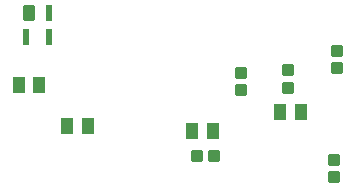
<source format=gbp>
G04*
G04 #@! TF.GenerationSoftware,Altium Limited,Altium Designer,20.2.5 (213)*
G04*
G04 Layer_Color=128*
%FSLAX44Y44*%
%MOMM*%
G71*
G04*
G04 #@! TF.SameCoordinates,3C0D8923-7957-4DC4-8908-925B2C91420C*
G04*
G04*
G04 #@! TF.FilePolarity,Positive*
G04*
G01*
G75*
G04:AMPARAMS|DCode=21|XSize=1.1mm|YSize=1.4mm|CornerRadius=0.055mm|HoleSize=0mm|Usage=FLASHONLY|Rotation=0.000|XOffset=0mm|YOffset=0mm|HoleType=Round|Shape=RoundedRectangle|*
%AMROUNDEDRECTD21*
21,1,1.1000,1.2900,0,0,0.0*
21,1,0.9900,1.4000,0,0,0.0*
1,1,0.1100,0.4950,-0.6450*
1,1,0.1100,-0.4950,-0.6450*
1,1,0.1100,-0.4950,0.6450*
1,1,0.1100,0.4950,0.6450*
%
%ADD21ROUNDEDRECTD21*%
G04:AMPARAMS|DCode=22|XSize=0.95mm|YSize=0.95mm|CornerRadius=0.0475mm|HoleSize=0mm|Usage=FLASHONLY|Rotation=180.000|XOffset=0mm|YOffset=0mm|HoleType=Round|Shape=RoundedRectangle|*
%AMROUNDEDRECTD22*
21,1,0.9500,0.8550,0,0,180.0*
21,1,0.8550,0.9500,0,0,180.0*
1,1,0.0950,-0.4275,0.4275*
1,1,0.0950,0.4275,0.4275*
1,1,0.0950,0.4275,-0.4275*
1,1,0.0950,-0.4275,-0.4275*
%
%ADD22ROUNDEDRECTD22*%
G04:AMPARAMS|DCode=48|XSize=0.95mm|YSize=0.95mm|CornerRadius=0.0475mm|HoleSize=0mm|Usage=FLASHONLY|Rotation=270.000|XOffset=0mm|YOffset=0mm|HoleType=Round|Shape=RoundedRectangle|*
%AMROUNDEDRECTD48*
21,1,0.9500,0.8550,0,0,270.0*
21,1,0.8550,0.9500,0,0,270.0*
1,1,0.0950,-0.4275,-0.4275*
1,1,0.0950,-0.4275,0.4275*
1,1,0.0950,0.4275,0.4275*
1,1,0.0950,0.4275,-0.4275*
%
%ADD48ROUNDEDRECTD48*%
G04:AMPARAMS|DCode=49|XSize=0.99mm|YSize=1.3mm|CornerRadius=0.0743mm|HoleSize=0mm|Usage=FLASHONLY|Rotation=0.000|XOffset=0mm|YOffset=0mm|HoleType=Round|Shape=RoundedRectangle|*
%AMROUNDEDRECTD49*
21,1,0.9900,1.1515,0,0,0.0*
21,1,0.8415,1.3000,0,0,0.0*
1,1,0.1485,0.4208,-0.5758*
1,1,0.1485,-0.4208,-0.5758*
1,1,0.1485,-0.4208,0.5758*
1,1,0.1485,0.4208,0.5758*
%
%ADD49ROUNDEDRECTD49*%
G04:AMPARAMS|DCode=50|XSize=0.59mm|YSize=1.3mm|CornerRadius=0.0443mm|HoleSize=0mm|Usage=FLASHONLY|Rotation=0.000|XOffset=0mm|YOffset=0mm|HoleType=Round|Shape=RoundedRectangle|*
%AMROUNDEDRECTD50*
21,1,0.5900,1.2115,0,0,0.0*
21,1,0.5015,1.3000,0,0,0.0*
1,1,0.0885,0.2508,-0.6058*
1,1,0.0885,-0.2508,-0.6058*
1,1,0.0885,-0.2508,0.6058*
1,1,0.0885,0.2508,0.6058*
%
%ADD50ROUNDEDRECTD50*%
D21*
X351050Y188440D02*
D03*
X333550D02*
D03*
X129749Y212000D02*
D03*
X112250D02*
D03*
X153210Y177010D02*
D03*
X170710D02*
D03*
X259250Y173000D02*
D03*
X276750D02*
D03*
D22*
X277999Y151610D02*
D03*
X263500D02*
D03*
D48*
X379130Y148330D02*
D03*
Y133830D02*
D03*
X340250Y209500D02*
D03*
Y224000D02*
D03*
X381500Y240750D02*
D03*
Y226250D02*
D03*
X300390Y207490D02*
D03*
Y221990D02*
D03*
D49*
X120800Y272500D02*
D03*
D50*
X138000D02*
D03*
Y252000D02*
D03*
X118800D02*
D03*
M02*

</source>
